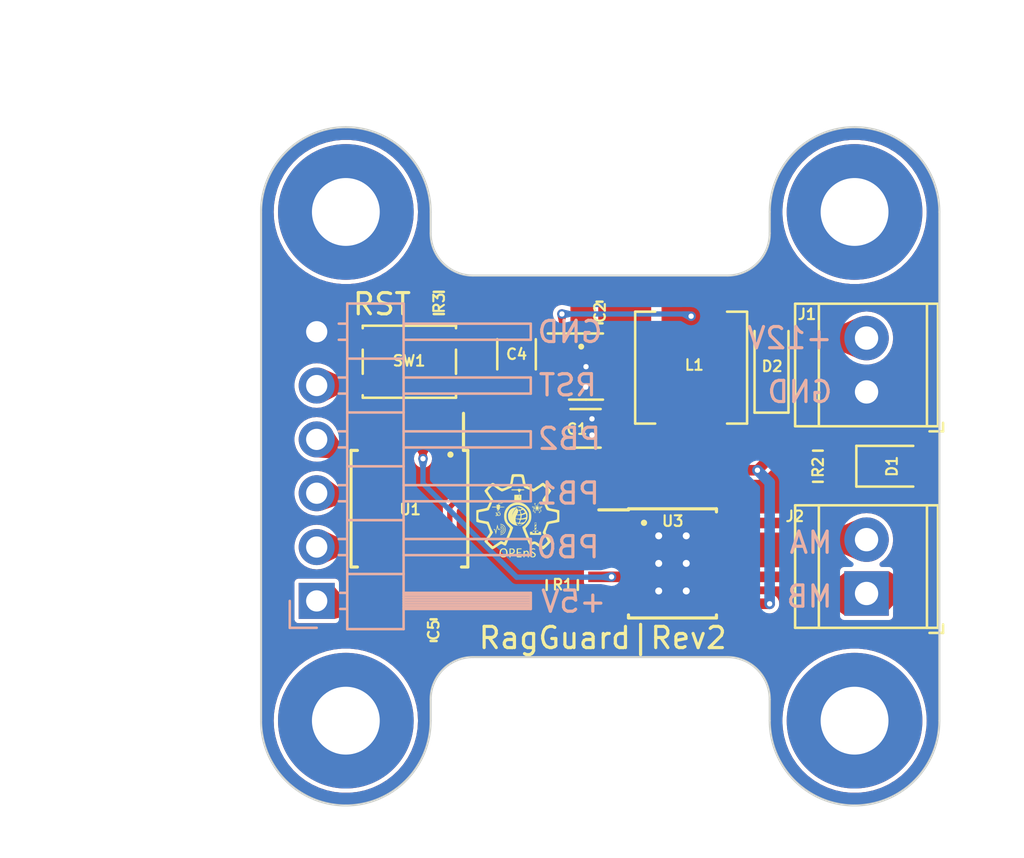
<source format=kicad_pcb>
(kicad_pcb (version 20221018) (generator pcbnew)
  (layers (0 "F.Cu" signal) (31 "B.Cu" signal) (34 "B.Paste" user) (35 "F.Paste" user) (36 "B.SilkS" user "B.Silkscreen") (37 "F.SilkS" user "F.Silkscreen") (38 "B.Mask" user) (39 "F.Mask" user) (44 "Edge.Cuts" user))
  (net 0 "")
  (net 1 "GND")
  (net 2 "+5V")
  (net 3 "Net-(D1-K)")
  (net 4 "Net-(J4-Pin_5)")
  (net 5 "Net-(D1-A)")
  (net 6 "+12V")
  (net 7 "Net-(U2-SW)")
  (net 8 "Net-(U2-BST)")
  (net 9 "Net-(J2-Pin_2)")
  (net 10 "Net-(J4-Pin_2)")
  (net 11 "Net-(J4-Pin_3)")
  (net 12 "Net-(J4-Pin_4)")
  (net 13 "Net-(U3-ILIM)")
  (net 14 "MOTOR_CTRL")
  (net 20 "Net-(D2-A)")
  (footprint "Package_TO_SOT_SMD:TSOT-23-6" (layer "F.Cu") (at 197.331017 109.294119)
    (fp_text reference "U2" hide)
    (fp_text value "AP63205WU")
    (pad "1" smd roundrect (at -1.1375 -0.95) (size 1.325 0.6) (layers "F.Cu" "F.Paste" "F.Mask") (net 2 "+5V"))
    (pad "2" smd roundrect (at -1.1375 0) (size 1.325 0.6) (layers "F.Cu" "F.Paste" "F.Mask") (net 6 "+12V"))
    (pad "3" smd roundrect (at -1.1375 0.95) (size 1.325 0.6) (layers "F.Cu" "F.Paste" "F.Mask") (net 6 "+12V"))
    (pad "4" smd roundrect (at 1.1375 0.95) (size 1.325 0.6) (layers "F.Cu" "F.Paste" "F.Mask") (net 1 "GND"))
    (pad "5" smd roundrect (at 1.1375 0) (size 1.325 0.6) (layers "F.Cu" "F.Paste" "F.Mask") (net 7 "Net-(U2-SW)"))
    (pad "6" smd roundrect (at 1.1375 -0.95) (size 1.325 0.6) (layers "F.Cu" "F.Paste" "F.Mask") (net 8 "Net-(U2-BST)"))
  )
  (footprint "Capacitor_SMD:C_1206_3216Metric" (layer "F.Cu") (at 197.30949 112.209274)
    (fp_text reference "C1" hide)
    (fp_text value "10u")
    (pad "1" smd roundrect (at -1.475 0) (size 1.15 1.8) (layers "F.Cu" "F.Paste" "F.Mask") (roundrect_rratio 0.217391) (net 6 "+12V"))
    (pad "2" smd roundrect (at 1.475 0) (size 1.15 1.8) (layers "F.Cu" "F.Paste" "F.Mask") (roundrect_rratio 0.217391) (net 1 "GND"))
  )
  (footprint "MountingHole:MountingHole_3.2mm_M3_Pad_TopBottom" (layer "F.Cu") (at 186 126)
    (fp_text reference "H2" hide)
    (fp_text value "MountingHole_Pad")
    (pad "1" thru_hole circle (at 0 0) (size 3.6 3.6) (drill 3.2) (layers "*.Cu" "*.Mask"))
    (pad "1" connect circle (at 0 0) (size 6.4 6.4) (layers "F.Cu" "F.Mask"))
    (pad "1" connect circle (at 0 0) (size 6.4 6.4) (layers "B.Cu" "B.Mask"))
  )
  (footprint "MountingHole:MountingHole_3.2mm_M3_Pad_TopBottom" (layer "F.Cu") (at 210 126)
    (fp_text reference "H4" hide)
    (fp_text value "MountingHole_Pad")
    (pad "1" thru_hole circle (at 0 0) (size 3.6 3.6) (drill 3.2) (layers "*.Cu" "*.Mask"))
    (pad "1" connect circle (at 0 0) (size 6.4 6.4) (layers "F.Cu" "F.Mask"))
    (pad "1" connect circle (at 0 0) (size 6.4 6.4) (layers "B.Cu" "B.Mask"))
  )
  (footprint "MountingHole:MountingHole_3.2mm_M3_Pad_TopBottom" (layer "F.Cu") (at 186 102)
    (fp_text reference "H1" hide)
    (fp_text value "MountingHole_Pad")
    (pad "1" thru_hole circle (at 0 0) (size 3.6 3.6) (drill 3.2) (layers "*.Cu" "*.Mask"))
    (pad "1" connect circle (at 0 0) (size 6.4 6.4) (layers "F.Cu" "F.Mask"))
    (pad "1" connect circle (at 0 0) (size 6.4 6.4) (layers "B.Cu" "B.Mask"))
  )
  (footprint "Package_SO:SOIC-8W_5.3x5.3mm_P1.27mm" (layer "F.Cu") (at 189 116 -90)
    (fp_text reference "U1" hide)
    (fp_text value "ATtiny85-20S")
    (pad "1" smd rect (at -3.65 -1.905 270) (size 1.7 0.65) (layers "F.Cu" "F.Paste" "F.Mask") (net 4 "Net-(J4-Pin_5)"))
    (pad "2" smd rect (at -3.65 -0.635 270) (size 1.7 0.65) (layers "F.Cu" "F.Paste" "F.Mask") (net 14 "MOTOR_CTRL"))
    (pad "3" smd rect (at -3.65 0.635 270) (size 1.7 0.65) (layers "F.Cu" "F.Paste" "F.Mask"))
    (pad "4" smd rect (at -3.65 1.905 270) (size 1.7 0.65) (layers "F.Cu" "F.Paste" "F.Mask") (net 1 "GND"))
    (pad "5" smd rect (at 3.65 1.905 270) (size 1.7 0.65) (layers "F.Cu" "F.Paste" "F.Mask") (net 10 "Net-(J4-Pin_2)"))
    (pad "6" smd rect (at 3.65 0.635 270) (size 1.7 0.65) (layers "F.Cu" "F.Paste" "F.Mask") (net 11 "Net-(J4-Pin_3)"))
    (pad "7" smd rect (at 3.65 -0.635 270) (size 1.7 0.65) (layers "F.Cu" "F.Paste" "F.Mask") (net 12 "Net-(J4-Pin_4)"))
    (pad "8" smd rect (at 3.65 -1.905 270) (size 1.7 0.65) (layers "F.Cu" "F.Paste" "F.Mask") (net 2 "+5V"))
  )
  (footprint "Diode_SMD:D_SOD-123" (layer "F.Cu") (at 206.082351 109.268376 90)
    (fp_text reference "D2" hide)
    (fp_text value "D")
    (pad "1" smd roundrect (at -1.65 0 90) (size 0.9 1.2) (layers "F.Cu" "F.Paste" "F.Mask") (net 6 "+12V"))
    (pad "2" smd roundrect (at 1.65 0 90) (size 0.9 1.2) (layers "F.Cu" "F.Paste" "F.Mask") (net 20 "Net-(D2-A)"))
  )
  (footprint "Resistor_SMD:R_0805_2012Metric" (layer "F.Cu") (at 208.269461 113.995799 180)
    (fp_text reference "R2" hide)
    (fp_text value "2k")
    (pad "1" smd roundrect (at -0.9125 0 180) (size 1.025 1.4) (layers "F.Cu" "F.Paste" "F.Mask") (roundrect_rratio 0.243902) (net 3 "Net-(D1-K)"))
    (pad "2" smd roundrect (at 0.9125 0 180) (size 1.025 1.4) (layers "F.Cu" "F.Paste" "F.Mask") (roundrect_rratio 0.243902) (net 1 "GND"))
  )
  (footprint "Package_SO:Texas_HTSOP-8-1EP_3.9x4.9mm_P1.27mm_EP2.95x4.9mm_Mask2.4x3.1mm_ThermalVias" (layer "F.Cu") (at 201.41 118.58)
    (fp_text reference "U3" hide)
    (fp_text value "DRV8871DDA")
    (pad "1" smd rect (at -2.875 -1.905) (size 2.2 0.5) (layers "F.Cu" "F.Paste" "F.Mask") (net 1 "GND"))
    (pad "2" smd rect (at -2.875 -0.635) (size 2.2 0.5) (layers "F.Cu" "F.Paste" "F.Mask") (net 1 "GND"))
    (pad "3" smd rect (at -2.875 0.635) (size 2.2 0.5) (layers "F.Cu" "F.Paste" "F.Mask") (net 14 "MOTOR_CTRL"))
    (pad "4" smd rect (at -2.875 1.905) (size 2.2 0.5) (layers "F.Cu" "F.Paste" "F.Mask") (net 13 "Net-(U3-ILIM)"))
    (pad "5" smd rect (at 2.875 1.905) (size 2.2 0.5) (layers "F.Cu" "F.Paste" "F.Mask") (net 6 "+12V"))
    (pad "6" smd rect (at 2.875 0.635) (size 2.2 0.5) (layers "F.Cu" "F.Paste" "F.Mask") (net 5 "Net-(D1-A)"))
    (pad "7" smd rect (at 2.875 -0.635) (size 2.2 0.5) (layers "F.Cu" "F.Paste" "F.Mask") (net 1 "GND"))
    (pad "8" smd rect (at 2.875 -1.905) (size 2.2 0.5) (layers "F.Cu" "F.Paste" "F.Mask") (net 9 "Net-(J2-Pin_2)"))
    (pad "9" thru_hole circle (at -0.65 -1.3) (size 0.63 0.63) (drill 0.33) (layers "*.Cu" "*.Mask") (net 1 "GND"))
    (pad "9" thru_hole circle (at -0.65 0) (size 0.63 0.63) (drill 0.33) (layers "*.Cu" "*.Mask") (net 1 "GND"))
    (pad "9" thru_hole circle (at -0.65 1.3) (size 0.63 0.63) (drill 0.33) (layers "*.Cu" "*.Mask") (net 1 "GND"))
    (pad "9" smd rect (at 0 0) (size 2.6 3.3) (layers "B.Cu") (net 1 "GND"))
    (pad "9" smd rect (at 0 0) (size 2.95 4.9) (layers "F.Cu") (net 1 "GND"))
    (pad "9" thru_hole circle (at 0.65 -1.3) (size 0.63 0.63) (drill 0.33) (layers "*.Cu" "*.Mask") (net 1 "GND"))
    (pad "9" thru_hole circle (at 0.65 0) (size 0.63 0.63) (drill 0.33) (layers "*.Cu" "*.Mask") (net 1 "GND"))
    (pad "9" thru_hole circle (at 0.65 1.3) (size 0.63 0.63) (drill 0.33) (layers "*.Cu" "*.Mask") (net 1 "GND"))
  )
  (footprint "Resistor_SMD:R_0805_2012Metric" (layer "F.Cu") (at 196.21 119.6 90)
    (fp_text reference "R1" hide)
    (fp_text value "30k")
    (pad "1" smd roundrect (at -0.9125 0 90) (size 1.025 1.4) (layers "F.Cu" "F.Paste" "F.Mask") (roundrect_rratio 0.243902) (net 13 "Net-(U3-ILIM)"))
    (pad "2" smd roundrect (at 0.9125 0 90) (size 1.025 1.4) (layers "F.Cu" "F.Paste" "F.Mask") (roundrect_rratio 0.243902) (net 1 "GND"))
  )
  (footprint "TerminalBlock_TE-Connectivity:TerminalBlock_TE_282834-2_1x02_P2.54mm_Horizontal" (layer "F.Cu") (at 210.566 110.49 90)
    (fp_text reference "J1" hide)
    (fp_text value "BATT")
    (pad "1" thru_hole rect (at 0 0 90) (size 2.1 2.1) (drill 1.1) (layers "*.Cu" "*.Mask") (net 1 "GND"))
    (pad "2" thru_hole circle (at 2.54 0 90) (size 2.1 2.1) (drill 1.1) (layers "*.Cu" "*.Mask") (net 20 "Net-(D2-A)"))
  )
  (footprint "Capacitor_SMD:C_0603_1608Metric" (layer "F.Cu") (at 190.14 121.73 180)
    (fp_text reference "C5" hide)
    (fp_text value "0.1u")
    (pad "1" smd roundrect (at -0.775 0 180) (size 0.9 0.95) (layers "F.Cu" "F.Paste" "F.Mask") (net 2 "+5V"))
    (pad "2" smd roundrect (at 0.775 0 180) (size 0.9 0.95) (layers "F.Cu" "F.Paste" "F.Mask") (net 1 "GND"))
  )
  (footprint "Inductor_SMD:L_Vishay_IHLP-2020" (layer "F.Cu") (at 202.289724 109.344749 90)
    (fp_text reference "L1" hide)
    (fp_text value "4.7u")
    (pad "1" smd rect (at -2.4265 0 90) (size 1.903 2.79) (layers "F.Cu" "F.Paste" "F.Mask") (net 7 "Net-(U2-SW)"))
    (pad "2" smd rect (at 2.4265 0 90) (size 1.903 2.79) (layers "F.Cu" "F.Paste" "F.Mask") (net 2 "+5V"))
  )
  (footprint "KiCad Footprints:opens_logo_4mm" (layer "F.Cu") (at 194.11 116.332)
    (fp_text reference "G***" hide)
    (fp_text value "LOGO" hide)
  )
  (footprint "Button_Switch_SMD:SW_SPST_PTS810" (layer "F.Cu") (at 188.996643 109.065493 180)
    (fp_text reference "SW1" hide)
    (fp_text value "RST")
    (pad "1" smd rect (at -2.075 -1.075 180) (size 1.05 0.65) (layers "F.Cu" "F.Paste" "F.Mask") (net 4 "Net-(J4-Pin_5)"))
    (pad "1" smd rect (at 2.075 -1.075 180) (size 1.05 0.65) (layers "F.Cu" "F.Paste" "F.Mask") (net 4 "Net-(J4-Pin_5)"))
    (pad "2" smd rect (at -2.075 1.075 180) (size 1.05 0.65) (layers "F.Cu" "F.Paste" "F.Mask") (net 1 "GND"))
    (pad "2" smd rect (at 2.075 1.075 180) (size 1.05 0.65) (layers "F.Cu" "F.Paste" "F.Mask") (net 1 "GND"))
  )
  (footprint "LED_SMD:LED_0805_2012Metric" (layer "F.Cu") (at 211.769461 113.995799)
    (fp_text reference "D1" hide)
    (fp_text value "LED")
    (pad "1" smd roundrect (at -0.9375 0) (size 0.975 1.4) (layers "F.Cu" "F.Paste" "F.Mask") (net 3 "Net-(D1-K)"))
    (pad "2" smd roundrect (at 0.9375 0) (size 0.975 1.4) (layers "F.Cu" "F.Paste" "F.Mask") (net 5 "Net-(D1-A)"))
  )
  (footprint "TerminalBlock_TE-Connectivity:TerminalBlock_TE_282834-2_1x02_P2.54mm_Horizontal" (layer "F.Cu") (at 210.566 120 90)
    (fp_text reference "J2" hide)
    (fp_text value "MOTOR")
    (pad "1" thru_hole rect (at 0 0 90) (size 2.1 2.1) (drill 1.1) (layers "*.Cu" "*.Mask") (net 5 "Net-(D1-A)"))
    (pad "2" thru_hole circle (at 2.54 0 90) (size 2.1 2.1) (drill 1.1) (layers "*.Cu" "*.Mask") (net 9 "Net-(J2-Pin_2)"))
  )
  (footprint "Capacitor_SMD:C_0603_1608Metric" (layer "F.Cu") (at 197.968517 106.744119 180)
    (fp_text reference "C2" hide)
    (fp_text value "0.1u")
    (pad "1" smd roundrect (at -0.775 0 180) (size 0.9 0.95) (layers "F.Cu" "F.Paste" "F.Mask") (net 7 "Net-(U2-SW)"))
    (pad "2" smd roundrect (at 0.775 0 180) (size 0.9 0.95) (layers "F.Cu" "F.Paste" "F.Mask") (net 8 "Net-(U2-BST)"))
  )
  (footprint "Capacitor_SMD:C_1206_3216Metric" (layer "F.Cu") (at 194.052627 108.715246 -90)
    (fp_text reference "C4" hide)
    (fp_text value "22u")
    (pad "1" smd roundrect (at -1.475 0 270) (size 1.15 1.8) (layers "F.Cu" "F.Paste" "F.Mask") (roundrect_rratio 0.217391) (net 2 "+5V"))
    (pad "2" smd roundrect (at 1.475 0 270) (size 1.15 1.8) (layers "F.Cu" "F.Paste" "F.Mask") (roundrect_rratio 0.217391) (net 1 "GND"))
  )
  (footprint "Resistor_SMD:R_0603_1608Metric" (layer "F.Cu") (at 190.386715 106.292349 180)
    (fp_text reference "R3" hide)
    (fp_text value "10k")
    (pad "1" smd roundrect (at -0.825 0 180) (size 0.8 0.95) (layers "F.Cu" "F.Paste" "F.Mask") (net 2 "+5V"))
    (pad "2" smd roundrect (at 0.825 0 180) (size 0.8 0.95) (layers "F.Cu" "F.Paste" "F.Mask") (net 4 "Net-(J4-Pin_5)"))
  )
  (footprint "MountingHole:MountingHole_3.2mm_M3_Pad_TopBottom" (layer "F.Cu") (at 210 102)
    (fp_text reference "H3" hide)
    (fp_text value "MountingHole_Pad")
    (pad "1" thru_hole circle (at 0 0) (size 3.6 3.6) (drill 3.2) (layers "*.Cu" "*.Mask"))
    (pad "1" connect circle (at 0 0) (size 6.4 6.4) (layers "F.Cu" "F.Mask"))
    (pad "1" connect circle (at 0 0) (size 6.4 6.4) (layers "B.Cu" "B.Mask"))
  )
  (footprint "Connector_PinHeader_2.54mm:PinHeader_1x06_P2.54mm_Horizontal" (layer "B.Cu") (at 184.625 120.35)
    (fp_text reference "J4" hide)
    (fp_text value "PRGM")
    (pad "1" thru_hole rect (at 0 0) (size 1.7 1.7) (drill 1) (layers "*.Cu" "*.Mask") (net 2 "+5V"))
    (pad "2" thru_hole oval (at 0 -2.54) (size 1.7 1.7) (drill 1) (layers "*.Cu" "*.Mask") (net 10 "Net-(J4-Pin_2)"))
    (pad "3" thru_hole oval (at 0 -5.08) (size 1.7 1.7) (drill 1) (layers "*.Cu" "*.Mask") (net 11 "Net-(J4-Pin_3)"))
    (pad "4" thru_hole oval (at 0 -7.62) (size 1.7 1.7) (drill 1) (layers "*.Cu" "*.Mask") (net 12 "Net-(J4-Pin_4)"))
    (pad "5" thru_hole oval (at 0 -10.16) (size 1.7 1.7) (drill 1) (layers "*.Cu" "*.Mask") (net 4 "Net-(J4-Pin_5)"))
    (pad "6" thru_hole oval (at 0 -12.7) (size 1.7 1.7) (drill 1) (layers "*.Cu" "*.Mask") (net 1 "GND"))
  )
  (gr_circle (center 200.066249 116.666118) (end 200.138758 116.666118) (stroke (width 0.15)) (fill solid) (layer "F.SilkS"))
  (gr_circle (center 190.934875 113.44638) (end 191.007384 113.44638) (stroke (width 0.15)) (fill solid) (layer "F.SilkS"))
  (gr_circle (center 197.104 108.351923) (end 197.038514 108.351923) (stroke (width 0.15)) (fill solid) (layer "F.SilkS"))
  (gr_line (start 192 105) (end 204 105) (stroke (width 0.1)) (layer "Edge.Cuts"))
  (gr_line (start 214 102) (end 214 126) (stroke (width 0.1)) (layer "Edge.Cuts"))
  (gr_line (start 182 126) (end 182 102) (stroke (width 0.1)) (layer "Edge.Cuts"))
  (gr_arc (start 186 98) (mid 188.828427 99.171573) (end 190 102) (stroke (width 0.1)) (layer "Edge.Cuts"))
  (gr_arc (start 204 123) (mid 205.414214 123.585786) (end 206 125) (stroke (width 0.1)) (layer "Edge.Cuts"))
  (gr_arc (start 186 130) (mid 183.171573 128.828427) (end 182 126) (stroke (width 0.1)) (layer "Edge.Cuts"))
  (gr_arc (start 190 125) (mid 190.585786 123.585786) (end 192 123) (stroke (width 0.1)) (layer "Edge.Cuts"))
  (gr_line (start 190 126) (end 190 125) (stroke (width 0.1)) (layer "Edge.Cuts"))
  (gr_arc (start 214 126) (mid 212.828427 128.828427) (end 210 130) (stroke (width 0.1)) (layer "Edge.Cuts"))
  (gr_arc (start 206 103) (mid 205.414214 104.414214) (end 204 105) (stroke (width 0.1)) (layer "Edge.Cuts"))
  (gr_arc (start 192 105) (mid 190.585786 104.414214) (end 190 103) (stroke (width 0.1)) (layer "Edge.Cuts"))
  (gr_line (start 206 102) (end 206 103) (stroke (width 0.1)) (layer "Edge.Cuts"))
  (gr_arc (start 190 126) (mid 188.828427 128.828427) (end 186 130) (stroke (width 0.1)) (layer "Edge.Cuts"))
  (gr_arc (start 210 130) (mid 207.171573 128.828427) (end 206 126) (stroke (width 0.1)) (layer "Edge.Cuts"))
  (gr_line (start 190 102) (end 190 103) (stroke (width 0.1)) (layer "Edge.Cuts"))
  (gr_arc (start 206 102) (mid 207.171573 99.171573) (end 210 98) (stroke (width 0.1)) (layer "Edge.Cuts"))
  (gr_line (start 206 126) (end 206 125) (stroke (width 0.1)) (layer "Edge.Cuts"))
  (gr_line (start 204 123) (end 192 123) (stroke (width 0.1)) (layer "Edge.Cuts"))
  (gr_arc (start 210 98) (mid 212.828427 99.171573) (end 214 102) (stroke (width 0.1)) (layer "Edge.Cuts"))
  (gr_arc (start 182 102) (mid 183.171573 99.171573) (end 186 98) (stroke (width 0.1)) (layer "Edge.Cuts"))
  (gr_text "MA" (at 209.042 117.602) (layer "B.SilkS") (effects (font (size 1 1)) (justify left mirror)))
  (gr_text "PB1" (at 198.063895 115.864822) (layer "B.SilkS") (effects (font (size 1 1)) (justify left bottom mirror)))
  (gr_text "+5V" (at 198.368186 120.96553) (layer "B.SilkS") (effects (font (size 1 1)) (justify left bottom mirror)))
  (gr_text "RST" (at 197.923633 110.759283) (layer "B.SilkS") (effects (font (size 1 1)) (justify left bottom mirror)))
  (gr_text "MB" (at 209.042 120.142) (layer "B.SilkS") (effects (font (size 1 1)) (justify left mirror)))
  (gr_text "+12V" (at 209.042 107.95) (layer "B.SilkS") (effects (font (size 1 1)) (justify left mirror)))
  (gr_text "GND" (at 209.042 110.49) (layer "B.SilkS") (effects (font (size 1 1)) (justify left mirror)))
  (gr_text "PB0" (at 198.047494 118.398092) (layer "B.SilkS") (effects (font (size 1 1)) (justify left bottom mirror)))
  (gr_text "PB2" (at 198.12 113.284) (layer "B.SilkS") (effects (font (size 1 1)) (justify left bottom mirror)))
  (gr_text "GND" (at 198.197667 108.24337) (layer "B.SilkS") (effects (font (size 1 1)) (justify left bottom mirror)))
  (gr_text "R1" (at 196.237018 119.585279) (layer "F.SilkS") (effects (font (size 0.5 0.5) (thickness 0.1) bold)))
  (gr_text "U1" (at 188.468 116.332) (layer "F.SilkS") (effects (font (size 0.5 0.5) (thickness 0.1) bold) (justify left bottom)))
  (gr_text "J1" (at 207.755479 106.826613) (layer "F.SilkS") (effects (font (size 0.5 0.5) (thickness 0.1) bold)))
  (gr_text "RagGuard|Rev2" (at 198.12 122.682) (layer "F.SilkS") (effects (font (size 1 1)) (justify bottom)))
  (gr_text "C2" (at 197.9916 106.738613 90) (layer "F.SilkS") (effects (font (size 0.5 0.5) (thickness 0.1) bold)))
  (gr_text "C5" (at 190.145115 121.728605 90) (layer "F.SilkS") (effects (font (size 0.5 0.5) (thickness 0.1) bold)))
  (gr_text "R3" (at 190.400416 106.297964 90) (layer "F.SilkS") (effects (font (size 0.5 0.5) (thickness 0.1) bold)))
  (gr_text "J2" (at 207.184002 116.358672) (layer "F.SilkS") (effects (font (size 0.5 0.5) (thickness 0.1) bold)))
  (gr_text "R2" (at 208.28 114.046 90) (layer "F.SilkS") (effects (font (size 0.5 0.5) (thickness 0.1) bold)))
  (gr_text "L1" (at 202.438 109.22) (layer "F.SilkS") (effects (font (size 0.5 0.5) (thickness 0.1) bold)))
  (gr_text "D2" (at 206.110351 109.281208) (layer "F.SilkS") (effects (font (size 0.5 0.5) (thickness 0.1) bold)))
  (gr_text "C4" (at 194.056 108.712) (layer "F.SilkS") (effects (font (size 0.5 0.5) (thickness 0.1) bold)))
  (gr_text "U3" (at 201.422 116.586) (layer "F.SilkS") (effects (font (size 0.5 0.5) (thickness 0.1) bold)))
  (gr_text "D1" (at 211.765003 114.00082 90) (layer "F.SilkS") (effects (font (size 0.5 0.5) (thickness 0.1) bold)))
  (gr_text "RST" (at 187.706 106.934) (layer "F.SilkS") (effects (font (size 1 1)) (justify bottom)))
  (gr_text "C1" (at 196.900302 112.244035) (layer "F.SilkS") (effects (font (size 0.5 0.5) (thickness 0.1) bold)))
  (gr_text "SW1" (at 188.982769 109.023053) (layer "F.SilkS") (effects (font (size 0.5 0.5) (thickness 0.1) bold)))
  (via (at 197.612 112.522) (size 0.45) (drill 0.25) (layers "F.Cu" "B.Cu") (net 1))
  (via (at 197.32 110.26) (size 0.45) (drill 0.25) (layers "F.Cu" "B.Cu") (net 1))
  (via (at 197.33 109.3) (size 0.45) (drill 0.25) (layers "F.Cu" "B.Cu") (net 1))
  (via (at 197.612 111.76) (size 0.45) (drill 0.25) (layers "F.Cu" "B.Cu") (net 1))
  (segment (start 209.95 110.49) (end 210 110.54) (width 0.5) (layer "B.Cu") (net 1))
  (segment (start 190.905 120.235) (end 190.905 119.65) (width 0.25) (layer "F.Cu") (net 2))
  (segment (start 191.211715 106.292349) (end 191.382349 106.292349) (width 0.25) (layer "F.Cu") (net 2))
  (segment (start 191.382349 106.292349) (end 192.278 107.188) (width 0.25) (layer "F.Cu") (net 2))
  (segment (start 192.278 107.188) (end 194.000381 107.188) (width 0.25) (layer "F.Cu") (net 2))
  (segment (start 196.193517 106.813475) (end 196.193486 106.813444) (width 0.25) (layer "F.Cu") (net 2))
  (segment (start 194.000381 107.188) (end 194.052627 107.240246) (width 0.25) (layer "F.Cu") (net 2))
  (segment (start 190.905 115.927) (end 190.905 119.65) (width 0.25) (layer "F.Cu") (net 2))
  (segment (start 190.905 119.65) (end 190.905 121.669687) (width 0.25) (layer "F.Cu") (net 2))
  (segment (start 184.625 120.35) (end 185.1 120.825) (width 0.25) (layer "F.Cu") (net 2))
  (segment (start 190.315 120.825) (end 190.905 120.235) (width 0.25) (layer "F.Cu") (net 2))
  (segment (start 192.532 109.474) (end 192.532 114.3) (width 0.25) (layer "F.Cu") (net 2))
  (segment (start 192.532 114.3) (end 190.905 115.927) (width 0.25) (layer "F.Cu") (net 2))
  (segment (start 195.1565 108.344119) (end 193.661881 108.344119) (width 0.25) (layer "F.Cu") (net 2))
  (segment (start 195.1565 108.344119) (end 196.193517 108.344119) (width 0.25) (layer "F.Cu") (net 2))
  (segment (start 196.193517 108.344119) (end 196.193517 106.813475) (width 0.25) (layer "F.Cu") (net 2))
  (segment (start 194.052627 107.240246) (end 195.1565 108.344119) (width 0.25) (layer "F.Cu") (net 2))
  (segment (start 193.661881 108.344119) (end 192.532 109.474) (width 0.25) (layer "F.Cu") (net 2))
  (segment (start 185.1 120.825) (end 190.315 120.825) (width 0.25) (layer "F.Cu") (net 2))
  (via (at 202.289724 106.918249) (size 0.45) (drill 0.25) (layers "F.Cu" "B.Cu") (net 2))
  (via (at 196.193486 106.813444) (size 0.45) (drill 0.25) (layers "F.Cu" "B.Cu") (net 2))
  (segment (start 202.184919 106.813444) (end 196.193486 106.813444) (width 0.25) (layer "B.Cu") (net 2))
  (segment (start 202.289724 106.918249) (end 202.184919 106.813444) (width 0.25) (layer "B.Cu") (net 2))
  (segment (start 210.831961 113.995799) (end 209.181961 113.995799) (width 0.5) (layer "F.Cu") (net 3))
  (segment (start 184.674507 110.140493) (end 184.625 110.19) (width 0.25) (layer "F.Cu") (net 4))
  (segment (start 189.561715 106.292349) (end 189.561715 108.027715) (width 0.25) (layer "F.Cu") (net 4))
  (segment (start 189.561715 108.027715) (end 191.071643 109.537643) (width 0.25) (layer "F.Cu") (net 4))
  (segment (start 191.071643 111.068357) (end 191.071643 110.140493) (width 0.25) (layer "F.Cu") (net 4))
  (segment (start 191.071643 109.537643) (end 191.071643 110.140493) (width 0.25) (layer "F.Cu") (net 4))
  (segment (start 190.905 111.235) (end 191.071643 111.068357) (width 0.25) (layer "F.Cu") (net 4))
  (segment (start 186.921643 110.140493) (end 191.071643 110.140493) (width 0.25) (layer "F.Cu") (net 4))
  (segment (start 190.905 112.35) (end 190.905 111.235) (width 0.25) (layer "F.Cu") (net 4))
  (segment (start 186.921643 110.140493) (end 184.674507 110.140493) (width 0.25) (layer "F.Cu") (net 4))
  (segment (start 212.001597 119.976403) (end 212.706961 119.271039) (width 0.5) (layer "F.Cu") (net 5))
  (segment (start 209.95 120.05) (end 210.023597 119.976403) (width 0.5) (layer "F.Cu") (net 5))
  (segment (start 212.706961 119.271039) (end 212.706961 113.995799) (width 0.5) (layer "F.Cu") (net 5))
  (segment (start 207.52 120.05) (end 209.95 120.05) (width 0.5) (layer "F.Cu") (net 5))
  (segment (start 206.685 119.215) (end 207.52 120.05) (width 0.5) (layer "F.Cu") (net 5))
  (segment (start 204.285 119.215) (end 206.685 119.215) (width 0.5) (layer "F.Cu") (net 5))
  (segment (start 210.023597 119.976403) (end 212.001597 119.976403) (width 0.5) (layer "F.Cu") (net 5))
  (segment (start 205.417724 114.184524) (end 205.993999 113.608249) (width 0.5) (layer "F.Cu") (net 6))
  (segment (start 205.993999 113.608249) (end 205.993999 111.006728) (width 0.5) (layer "F.Cu") (net 6))
  (segment (start 196.480524 114.184524) (end 195.83449 113.53849) (width 0.5) (layer "F.Cu") (net 6))
  (segment (start 205.991732 120.485) (end 205.993999 120.487267) (width 0.5) (layer "F.Cu") (net 6))
  (segment (start 195.83449 113.53849) (end 195.83449 112.209274) (width 0.5) (layer "F.Cu") (net 6))
  (segment (start 205.993999 111.006728) (end 206.082351 110.918376) (width 0.5) (layer "F.Cu") (net 6))
  (segment (start 204.285 120.485) (end 205.991732 120.485) (width 0.5) (layer "F.Cu") (net 6))
  (segment (start 205.417724 114.184524) (end 196.480524 114.184524) (width 0.5) (layer "F.Cu") (net 6))
  (via (at 205.417724 114.184524) (size 0.45) (drill 0.25) (layers "F.Cu" "B.Cu") (net 6))
  (via (at 205.993999 120.487267) (size 0.45) (drill 0.25) (layers "F.Cu" "B.Cu") (net 6))
  (segment (start 205.417724 114.184524) (end 205.993999 114.760799) (width 0.5) (layer "B.Cu") (net 6))
  (segment (start 205.993999 114.760799) (end 205.993999 120.487267) (width 0.5) (layer "B.Cu") (net 6))
  (segment (start 207.45 117.46) (end 210 117.46) (width 0.5) (layer "F.Cu") (net 9))
  (segment (start 206.665 116.675) (end 207.45 117.46) (width 0.5) (layer "F.Cu") (net 9))
  (segment (start 204.285 116.675) (end 206.665 116.675) (width 0.5) (layer "F.Cu") (net 9))
  (segment (start 184.625 117.81) (end 186.71 117.81) (width 0.25) (layer "F.Cu") (net 10))
  (segment (start 187.095 118.195) (end 187.095 119.65) (width 0.25) (layer "F.Cu") (net 10))
  (segment (start 186.71 117.81) (end 187.095 118.195) (width 0.25) (layer "F.Cu") (net 10))
  (segment (start 188.365 117.725) (end 188.365 119.65) (width 0.25) (layer "F.Cu") (net 11))
  (segment (start 184.625 115.27) (end 185.91 115.27) (width 0.25) (layer "F.Cu") (net 11))
  (segment (start 185.91 115.27) (end 188.365 117.725) (width 0.25) (layer "F.Cu") (net 11))
  (segment (start 189.635 117.185) (end 189.635 119.65) (width 0.25) (layer "F.Cu") (net 12))
  (segment (start 184.625 112.73) (end 185.18 112.73) (width 0.25) (layer "F.Cu") (net 12))
  (segment (start 185.18 112.73) (end 189.635 117.185) (width 0.25) (layer "F.Cu") (net 12))
  (segment (start 196.21 120.5125) (end 198.5075 120.5125) (width 0.25) (layer "F.Cu") (net 13))
  (segment (start 198.5075 120.5125) (end 198.535 120.485) (width 0.25) (layer "F.Cu") (net 13))
  (segment (start 189.635 112.35) (end 189.635 113.635) (width 0.25) (layer "F.Cu") (net 14))
  (segment (start 189.635 113.635) (end 189.64 113.64) (width 0.25) (layer "F.Cu") (net 14))
  (via (at 198.535 119.215) (size 0.45) (drill 0.25) (layers "F.Cu" "B.Cu") (net 14))
  (via (at 189.64 113.64) (size 0.45) (drill 0.25) (layers "F.Cu" "B.Cu") (net 14))
  (segment (start 194.06 119.23) (end 198.52 119.23) (width 0.25) (layer "B.Cu") (net 14))
  (segment (start 198.52 119.23) (end 198.535 119.215) (width 0.25) (layer "B.Cu") (net 14))
  (segment (start 189.64 114.81) (end 194.06 119.23) (width 0.25) (layer "B.Cu") (net 14))
  (segment (start 189.64 113.64) (end 189.64 114.81) (width 0.25) (layer "B.Cu") (net 14))
  (segment (start 206.123166 107.659191) (end 206.082351 107.618376) (width 0.5) (layer "F.Cu") (net 20))
  (segment (start 208.069083 107.95) (end 207.778274 107.659191) (width 0.5) (layer "F.Cu") (net 20))
  (segment (start 210.566 107.95) (end 208.069083 107.95) (width 0.5) (layer "F.Cu") (net 20))
  (segment (start 207.778274 107.659191) (end 206.123166 107.659191) (width 0.5) (layer "F.Cu") (net 20))
  (zone (net 6) (net_name "+12V") (layer "F.Cu") (priority 2) (connect_pads yes (clearance 0.1)) (min_thickness 0.25) (fill yes (thermal_gap 0.5) (thermal_bridge_width 0.5))
    (polygon (pts (xy 195.326 108.712) (xy 195.326 110.998) (xy 195.072 110.998) (xy 195.069985 113.087661) (xy 196.89353 113.116492) (xy 196.895329 108.695966)))
  )
  (zone (net 7) (net_name "Net-(U2-SW)") (layer "F.Cu") (priority 1) (connect_pads yes (clearance 0.1)) (min_thickness 0.25) (fill yes (thermal_gap 0.5) (thermal_bridge_width 0.5))
    (polygon (pts (xy 203.708 110.744) (xy 200.406 110.744) (xy 200.406 106.172) (xy 197.866 106.172) (xy 197.866 109.728) (xy 199.39 109.728) (xy 199.39 112.776) (xy 203.708 112.776)))
  )
  (zone (net 8) (net_name "Net-(U2-BST)") (layer "F.Cu") (priority 3) (connect_pads yes (clearance 0.1)) (min_thickness 0.25) (fill yes (thermal_gap 0.5) (thermal_bridge_width 0.5))
    (polygon (pts (xy 197.702887 106.180302) (xy 196.596 106.172) (xy 196.596 107.442) (xy 197.104 107.442) (xy 197.104 108.712) (xy 199.136 108.712) (xy 199.136 107.95) (xy 197.702887 107.958302)))
  )
  (zone (net 1) (net_name "GND") (layers "F&B.Cu") (connect_pads yes (clearance 0.1)) (min_thickness 0.25) (fill yes (thermal_gap 0.5) (thermal_bridge_width 0.5))
    (polygon (pts (xy 171.73 92.254) (xy 218 92) (xy 218 132.5) (xy 171.73 132.254)))
  )
)
</source>
